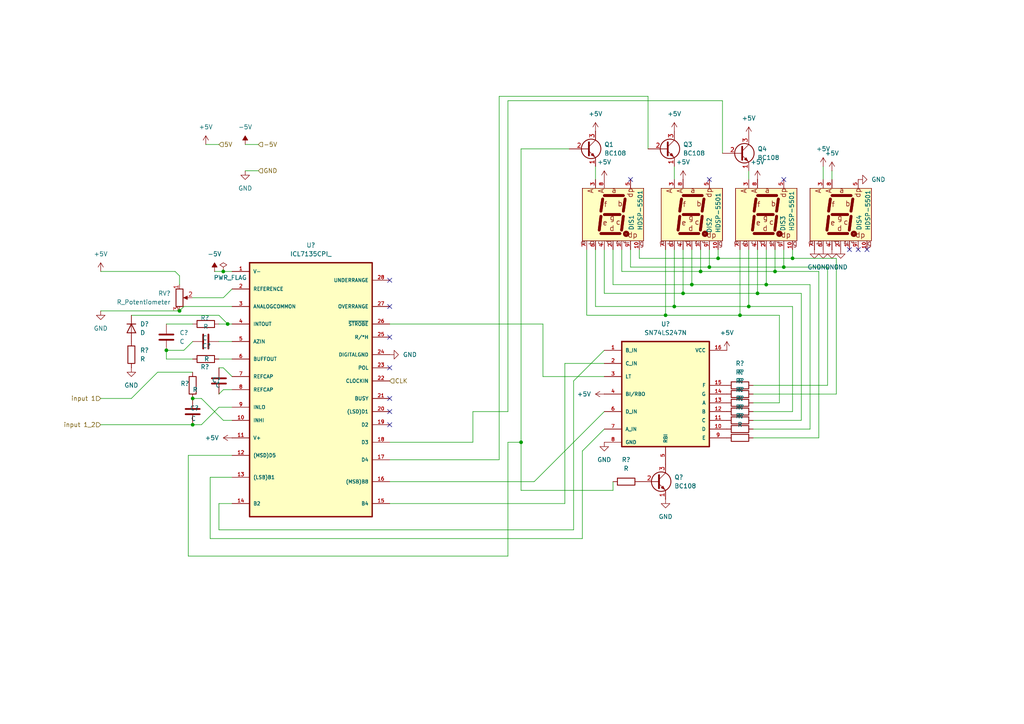
<source format=kicad_sch>
(kicad_sch (version 20231120) (generator "eeschema") (generator_version "8.0")
  (paper "A4")
  (lib_symbols
    (symbol "Device:C" (pin_numbers hide) (pin_names (offset 0.254))
      (property "Reference" "C" (at 0.635 2.54 0))
      (property "Value" "C" (at 0.635 -2.54 0))
      (symbol "C_0_1"
        (polyline (pts (xy -2.032 -0.762) (xy 2.032 -0.762)) (stroke (width 0.508)))
        (polyline (pts (xy -2.032 0.762) (xy 2.032 0.762)) (stroke (width 0.508)))
      )
      (symbol "C_1_1"
        (pin passive line (at 0 3.81 270) (length 2.794) (name "~") (number "1"))
        (pin passive line (at 0 -3.81 90) (length 2.794) (name "~") (number "2"))
      )
    )
    (symbol "Device:D" (pin_numbers hide) (pin_names (offset 1.016) hide)
      (property "Reference" "D" (at 0 2.54 0))
      (property "Value" "D" (at 0 -2.54 0))
      (symbol "D_0_1"
        (polyline (pts (xy -1.27 1.27) (xy -1.27 -1.27)) (stroke (width 0.254)))
        (polyline (pts (xy 1.27 0) (xy -1.27 0)))
        (polyline (pts (xy 1.27 1.27) (xy 1.27 -1.27) (xy -1.27 0) (xy 1.27 1.27)) (stroke (width 0.254)))
      )
      (symbol "D_1_1"
        (pin passive line (at -3.81 0 0) (length 2.54) (name "K") (number "1"))
        (pin passive line (at 3.81 0 180) (length 2.54) (name "A") (number "2"))
      )
    )
    (symbol "Device:R" (pin_numbers hide) (pin_names (offset 0))
      (property "Reference" "R" (at 2.032 0 90))
      (property "Value" "R" (at 0 0 90))
      (symbol "R_0_1"
        (rectangle (start -1.016 -2.54) (end 1.016 2.54) (stroke (width 0.254)))
      )
      (symbol "R_1_1"
        (pin passive line (at 0 3.81 270) (length 1.27) (name "~") (number "1"))
        (pin passive line (at 0 -3.81 90) (length 1.27) (name "~") (number "2"))
      )
    )
    (symbol "Device:R_Potentiometer" (pin_names (offset 1.016) hide)
      (property "Reference" "RV" (at -4.445 0 90))
      (property "Value" "R_Potentiometer" (at -2.54 0 90))
      (symbol "R_Potentiometer_0_1"
        (polyline (pts (xy 2.54 0) (xy 1.524 0)))
        (polyline (pts (xy 1.143 0) (xy 2.286 0.508) (xy 2.286 -0.508) (xy 1.143 0)) (fill (type outline)))
        (rectangle (start 1.016 2.54) (end -1.016 -2.54) (stroke (width 0.254)))
      )
      (symbol "R_Potentiometer_1_1"
        (pin passive line (at 0 3.81 270) (length 1.27) (name "1") (number "1"))
        (pin passive line (at 3.81 0 180) (length 1.27) (name "2") (number "2"))
        (pin passive line (at 0 -3.81 90) (length 1.27) (name "3") (number "3"))
      )
    )
    (symbol "HDSP-5501:HDSP-5501" (pin_names (offset 1.016))
      (property "Reference" "DIS" (at -1.524 29.718 0))
      (property "Value" "HDSP-5501" (at 11.684 -6.858 90))
      (symbol "HDSP-5501_0_0"
        (rectangle (start -8.89 -7.62) (end 8.89 7.62) (stroke (width 0.1524)) (fill (type background)))
        (polyline (pts (xy -8.89 -7.62) (xy 8.89 -7.62)) (stroke (width 0.1524)))
        (polyline (pts (xy -8.89 7.62) (xy -8.89 -7.62)) (stroke (width 0.1524)))
        (polyline (pts (xy -3.5052 -5.5118) (xy 2.0066 -5.5118)) (stroke (width 0.8128)))
        (polyline (pts (xy -3.5052 -5.5118) (xy 2.0066 -5.5118)) (stroke (width 0.8128)))
        (polyline (pts (xy -3.5052 -0.508) (xy -3.9878 -4.4958)) (stroke (width 0.8128)))
        (polyline (pts (xy -3.5052 -0.508) (xy -3.9878 -4.4958)) (stroke (width 0.8128)))
        (polyline (pts (xy -2.9972 4.4958) (xy -3.5052 0.9906)) (stroke (width 0.8128)))
        (polyline (pts (xy -2.9972 4.4958) (xy -3.5052 0.9906)) (stroke (width 0.8128)))
        (polyline (pts (xy -2.4892 0) (xy 2.0066 0)) (stroke (width 0.8128)))
        (polyline (pts (xy -2.4892 0) (xy 2.0066 0)) (stroke (width 0.8128)))
        (polyline (pts (xy -2.4892 5.5118) (xy 2.9972 5.5118)) (stroke (width 0.8128)))
        (polyline (pts (xy -2.4892 5.5118) (xy 2.9972 5.5118)) (stroke (width 0.8128)))
        (polyline (pts (xy 2.9972 -0.508) (xy 2.4892 -4.4958)) (stroke (width 0.8128)))
        (polyline (pts (xy 2.9972 -0.508) (xy 2.4892 -4.4958)) (stroke (width 0.8128)))
        (polyline (pts (xy 3.5052 4.4958) (xy 2.9972 0.9906)) (stroke (width 0.8128)))
        (polyline (pts (xy 3.5052 4.4958) (xy 2.9972 0.9906)) (stroke (width 0.8128)))
        (polyline (pts (xy 8.89 -7.62) (xy 8.89 7.62)) (stroke (width 0.1524)))
        (polyline (pts (xy 8.89 7.62) (xy -8.89 7.62)) (stroke (width 0.1524)))
        (circle (center 3.81 -5.588) (radius 0.1016) (stroke (width 0.8128)))
        (text "a" (at -7.9406 -8.9586 900) (effects (font (size 1.527 1.527)) (justify left bottom)))
        (text "A" (at -5.588 6.096 900) (effects (font (size 1.5242 1.5242)) (justify left bottom)))
        (text "A" (at -2.54 6.096 900) (effects (font (size 1.5261 1.5261)) (justify left bottom)))
        (text "a" (at -0.4886 6.1679 0) (effects (font (size 1.5253 1.5253)) (justify left bottom)))
        (text "b" (at -5.3415 -8.9533 900) (effects (font (size 1.5261 1.5261)) (justify left bottom)))
        (text "b" (at 1.27 2.286 0) (effects (font (size 1.5258 1.5258)) (justify left bottom)))
        (text "c" (at -2.9517 -8.9568 900) (effects (font (size 1.5267 1.5267)) (justify left bottom)))
        (text "c" (at 0.762 -3.048 0) (effects (font (size 1.5245 1.5245)) (justify left bottom)))
        (text "d" (at -1.0984 -4.8813 0) (effects (font (size 1.5241 1.5241)) (justify left bottom)))
        (text "d" (at -0.3303 -8.9428 900) (effects (font (size 1.5243 1.5243)) (justify left bottom)))
        (text "dp" (at 4.2181 -6.7955 0) (effects (font (size 1.5265 1.5265)) (justify left bottom)))
        (text "dp" (at 5.842 4.826 900) (effects (font (size 1.526 1.526)) (justify left bottom)))
        (text "e" (at -3.0519 -3.2349 0) (effects (font (size 1.5246 1.5246)) (justify left bottom)))
        (text "e" (at 2.2614 -8.944 900) (effects (font (size 1.5246 1.5246)) (justify left bottom)))
        (text "f" (at -2.6881 2.077 0) (effects (font (size 1.5259 1.5259)) (justify left bottom)))
        (text "f" (at 4.826 -8.636 900) (effects (font (size 1.5254 1.5254)) (justify left bottom)))
        (text "g" (at -1.016 -1.778 0) (effects (font (size 1.5246 1.5246)) (justify left bottom)))
        (pin passive line (at 2.54 -10.16 90) (length 2.54) (name "~") (number "1"))
        (pin passive line (at 7.62 -10.16 90) (length 2.54) (name "~") (number "10"))
        (pin passive line (at 0 -10.16 90) (length 2.54) (name "~") (number "2"))
        (pin passive line (at -5.08 10.16 270) (length 2.54) (name "~") (number "3"))
        (pin passive line (at -2.54 -10.16 90) (length 2.54) (name "~") (number "4"))
        (pin passive line (at 5.08 10.16 270) (length 2.54) (name "~") (number "5"))
        (pin passive line (at -5.08 -10.16 90) (length 2.54) (name "~") (number "6"))
        (pin passive line (at -7.62 -10.16 90) (length 2.54) (name "~") (number "7"))
        (pin passive line (at -2.54 10.16 270) (length 2.54) (name "~") (number "8"))
        (pin passive line (at 5.08 -10.16 90) (length 2.54) (name "~") (number "9"))
      )
      (symbol "HDSP-5501_1_0"
        (text "g" (at 9.144 -7.366 0) (effects (font (size 1.5251 1.5251)) (justify right top)))
      )
    )
    (symbol "ICL7135CPI_:ICL7135CPI_" (pin_names (offset 1.016))
      (property "Reference" "U" (at -17.78 54.34 0))
      (property "Value" "ICL7135CPI_" (at -17.78 -57.34 0))
      (symbol "ICL7135CPI__0_0"
        (pin power_in line (at -22.86 50.8 0) (length 5.08) (name "V-") (number "1"))
        (pin input line (at -22.86 7.62 0) (length 5.08) (name "INHI") (number "10"))
        (pin power_in line (at -22.86 2.54 0) (length 5.08) (name "V+") (number "11"))
        (pin bidirectional line (at -22.86 -2.54 0) (length 5.08) (name "(MSD)D5") (number "12"))
        (pin bidirectional line (at -22.86 -8.89 0) (length 5.08) (name "(LSB)B1") (number "13"))
        (pin bidirectional line (at -22.86 -16.51 0) (length 5.08) (name "B2") (number "14"))
        (pin bidirectional line (at 22.86 -16.51 180) (length 5.08) (name "B4") (number "15"))
        (pin bidirectional line (at 22.86 -10.16 180) (length 5.08) (name "(MSB)B8") (number "16"))
        (pin bidirectional line (at 22.86 -3.81 180) (length 5.08) (name "D4") (number "17"))
        (pin bidirectional line (at 22.86 1.27 180) (length 5.08) (name "D3") (number "18"))
        (pin bidirectional line (at 22.86 6.35 180) (length 5.08) (name "D2") (number "19"))
        (pin input line (at -22.86 45.72 0) (length 5.08) (name "REFERENCE") (number "2"))
        (pin bidirectional line (at 22.86 10.16 180) (length 5.08) (name "(LSD)D1") (number "20"))
        (pin bidirectional line (at 22.86 13.97 180) (length 5.08) (name "BUSY") (number "21"))
        (pin input line (at 22.86 19.05 180) (length 5.08) (name "CLOCKIN") (number "22"))
        (pin bidirectional line (at 22.86 22.86 180) (length 5.08) (name "POL") (number "23"))
        (pin power_in line (at 22.86 26.67 180) (length 5.08) (name "DIGITALGND") (number "24"))
        (pin bidirectional line (at 22.86 31.75 180) (length 5.08) (name "R/*H") (number "25"))
        (pin bidirectional line (at 22.86 35.56 180) (length 5.08) (name "~{STROBE}") (number "26"))
        (pin bidirectional line (at 22.86 40.64 180) (length 5.08) (name "OVERRANGE") (number "27"))
        (pin bidirectional line (at 22.86 48.26 180) (length 5.08) (name "UNDERRANGE") (number "28"))
        (pin bidirectional line (at -22.86 40.64 0) (length 5.08) (name "ANALOGCOMMON") (number "3"))
        (pin input line (at -22.86 35.56 0) (length 5.08) (name "INTOUT") (number "4"))
        (pin input line (at -22.86 30.48 0) (length 5.08) (name "AZIN") (number "5"))
        (pin output line (at -22.86 25.4 0) (length 5.08) (name "BUFFOUT") (number "6"))
        (pin input line (at -22.86 20.32 0) (length 5.08) (name "REFCAP") (number "7"))
        (pin input line (at -22.86 16.51 0) (length 5.08) (name "REFCAP") (number "8"))
        (pin input line (at -22.86 11.43 0) (length 5.08) (name "INLO") (number "9"))
      )
      (symbol "ICL7135CPI__1_0"
        (rectangle (start -17.78 53.34) (end 17.78 -20.32) (stroke (width 0.41)) (fill (type background)))
      )
    )
    (symbol "SN74LS247N:SN74LS247N" (pin_names (offset 1.016))
      (property "Reference" "U" (at 48.26 9.89 0))
      (property "Value" "SN74LS247N" (at -12.7 -19.24 0))
      (symbol "SN74LS247N_0_0"
        (rectangle (start -12.7 -15.24) (end 12.7 15.24) (stroke (width 0.41)) (fill (type background)))
        (pin input line (at -17.78 12.7 0) (length 5.08) (name "B_IN") (number "1"))
        (pin output line (at 17.78 -10.16 180) (length 5.08) (name "D") (number "10"))
        (pin output line (at 17.78 -7.62 180) (length 5.08) (name "C") (number "11"))
        (pin output line (at 17.78 -5.08 180) (length 5.08) (name "B") (number "12"))
        (pin output line (at 17.78 -2.54 180) (length 5.08) (name "A") (number "13"))
        (pin output line (at 17.78 0 180) (length 5.08) (name "G") (number "14"))
        (pin output line (at 17.78 2.54 180) (length 5.08) (name "F") (number "15"))
        (pin input line (at 17.78 12.7 180) (length 5.08) (name "VCC") (number "16"))
        (pin input line (at -17.78 8.89 0) (length 5.08) (name "C_IN") (number "2"))
        (pin input line (at -17.78 5.08 0) (length 5.08) (name "LT") (number "3"))
        (pin bidirectional line (at -17.78 0 0) (length 5.08) (name "BI/RBO") (number "4"))
        (pin input line (at 0 -20.32 90) (length 5.08) (name "RBI") (number "5"))
        (pin input line (at -17.78 -5.08 0) (length 5.08) (name "D_IN") (number "6"))
        (pin input line (at -17.78 -10.16 0) (length 5.08) (name "A_IN") (number "7"))
        (pin input line (at -17.78 -13.97 0) (length 5.08) (name "GND") (number "8"))
        (pin output line (at 17.78 -12.7 180) (length 5.08) (name "E") (number "9"))
      )
    )
    (symbol "Transistor_BJT:BC108" (pin_names (offset 0) hide)
      (property "Reference" "Q" (at 5.08 1.905 0))
      (property "Value" "BC108" (at 5.08 0 0))
      (symbol "BC108_0_1"
        (polyline (pts (xy 0.635 0.635) (xy 2.54 2.54)))
        (polyline (pts (xy 0.635 -0.635) (xy 2.54 -2.54) (xy 2.54 -2.54)))
        (polyline (pts (xy 0.635 1.905) (xy 0.635 -1.905) (xy 0.635 -1.905)) (stroke (width 0.508)))
        (polyline (pts (xy 1.27 -1.778) (xy 1.778 -1.27) (xy 2.286 -2.286) (xy 1.27 -1.778) (xy 1.27 -1.778)) (fill (type outline)))
        (circle (center 1.27 0) (radius 2.8194) (stroke (width 0.254)))
      )
      (symbol "BC108_1_1"
        (pin passive line (at 2.54 -5.08 90) (length 2.54) (name "E") (number "1"))
        (pin input line (at -5.08 0 0) (length 5.715) (name "B") (number "2"))
        (pin passive line (at 2.54 5.08 270) (length 2.54) (name "C") (number "3"))
      )
    )
    (symbol "power:+5V" (power) (pin_numbers hide) (pin_names (offset 0) hide)
      (property "Value" "+5V" (at 0 3.556 0))
      (symbol "+5V_0_1"
        (polyline (pts (xy -0.762 1.27) (xy 0 2.54)))
        (polyline (pts (xy 0 0) (xy 0 2.54)))
        (polyline (pts (xy 0 2.54) (xy 0.762 1.27)))
      )
      (symbol "+5V_1_1"
        (pin power_in line (at 0 0 90) (length 0) (name "~") (number "1"))
      )
    )
    (symbol "power:-5V" (power) (pin_numbers hide) (pin_names (offset 0) hide)
      (property "Value" "-5V" (at 0 3.556 0))
      (symbol "-5V_0_0"
        (pin power_in line (at 0 0 90) (length 0) (name "~") (number "1"))
      )
      (symbol "-5V_0_1"
        (polyline (pts (xy 0 0) (xy 0 1.27) (xy 0.762 1.27) (xy 0 2.54) (xy -0.762 1.27) (xy 0 1.27)) (fill (type outline)))
      )
    )
    (symbol "power:GND" (power) (pin_numbers hide) (pin_names (offset 0) hide)
      (property "Value" "GND" (at 0 -3.81 0))
      (symbol "GND_0_1"
        (polyline (pts (xy 0 0) (xy 0 -1.27) (xy 1.27 -1.27) (xy 0 -2.54) (xy -1.27 -1.27) (xy 0 -1.27)))
      )
      (symbol "GND_1_1"
        (pin power_in line (at 0 0 270) (length 0) (name "~") (number "1"))
      )
    )
    (symbol "power:PWR_FLAG" (power) (pin_numbers hide) (pin_names (offset 0) hide)
      (property "Value" "PWR_FLAG" (at 0 3.81 0))
      (symbol "PWR_FLAG_0_0"
        (pin power_out line (at 0 0 90) (length 0) (name "~") (number "1"))
      )
      (symbol "PWR_FLAG_0_1"
        (polyline (pts (xy 0 0) (xy 0 1.27) (xy -1.016 1.905) (xy 0 2.54) (xy 1.016 1.905) (xy 0 1.27)))
      )
    )
  )
  (junction (at 151.13 128.27))
  (junction (at 52.07 90.17))
  (junction (at 208.28 74.93))
  (junction (at 205.74 77.47))
  (junction (at 227.33 77.47))
  (junction (at 200.66 82.55))
  (junction (at 55.88 115.57))
  (junction (at 48.26 101.6))
  (junction (at 193.04 91.44))
  (junction (at 198.12 85.09))
  (junction (at 195.58 88.9))
  (junction (at 219.71 85.09))
  (junction (at 214.63 91.44))
  (junction (at 217.17 88.9))
  (junction (at 64.77 78.74))
  (junction (at 229.87 74.93))
  (junction (at 222.25 82.55))
  (junction (at 66.04 93.98))
  (junction (at 224.79 78.74))
  (junction (at 55.88 123.19))
  (junction (at 203.2 78.74))
  (no_connect (at 113.03 106.68))
  (no_connect (at 113.03 81.28))
  (no_connect (at 182.88 52.07))
  (no_connect (at 113.03 123.19))
  (no_connect (at 248.92 72.39))
  (no_connect (at 113.03 97.79))
  (no_connect (at 205.74 52.07))
  (no_connect (at 113.03 88.9))
  (no_connect (at 227.33 52.07))
  (no_connect (at 246.38 72.39))
  (no_connect (at 113.03 115.57))
  (no_connect (at 113.03 119.38))
  (no_connect (at 251.46 72.39))
  (wire (pts (xy 54.61 132.08) (xy 54.61 161.29)))
  (wire (pts (xy 48.26 104.14) (xy 55.88 104.14)))
  (wire (pts (xy 63.5 93.98) (xy 66.04 93.98)))
  (wire (pts (xy 218.44 121.92) (xy 232.41 121.92)))
  (wire (pts (xy 170.18 72.39) (xy 170.18 91.44)))
  (wire (pts (xy 219.71 85.09) (xy 198.12 85.09)))
  (wire (pts (xy 175.26 72.39) (xy 175.26 85.09)))
  (wire (pts (xy 67.31 132.08) (xy 54.61 132.08)))
  (wire (pts (xy 63.5 118.11) (xy 67.31 118.11)))
  (wire (pts (xy 113.03 146.05) (xy 163.83 146.05)))
  (wire (pts (xy 218.44 111.76) (xy 240.03 111.76)))
  (wire (pts (xy 151.13 43.18) (xy 151.13 128.27)))
  (wire (pts (xy 208.28 74.93) (xy 185.42 74.93)))
  (wire (pts (xy 229.87 119.38) (xy 229.87 88.9)))
  (wire (pts (xy 224.79 72.39) (xy 224.79 78.74)))
  (wire (pts (xy 229.87 88.9) (xy 217.17 88.9)))
  (wire (pts (xy 29.21 90.17) (xy 52.07 90.17)))
  (wire (pts (xy 222.25 72.39) (xy 222.25 82.55)))
  (wire (pts (xy 147.32 119.38) (xy 147.32 29.21)))
  (wire (pts (xy 64.77 106.68) (xy 67.31 109.22)))
  (wire (pts (xy 64.77 86.36) (xy 67.31 83.82)))
  (wire (pts (xy 147.32 119.38) (xy 137.16 119.38)))
  (wire (pts (xy 229.87 72.39) (xy 229.87 74.93)))
  (wire (pts (xy 218.44 114.3) (xy 242.57 114.3)))
  (wire (pts (xy 227.33 77.47) (xy 205.74 77.47)))
  (wire (pts (xy 185.42 74.93) (xy 185.42 72.39)))
  (wire (pts (xy 222.25 82.55) (xy 200.66 82.55)))
  (wire (pts (xy 63.5 91.44) (xy 66.04 93.98)))
  (wire (pts (xy 170.18 91.44) (xy 193.04 91.44)))
  (wire (pts (xy 48.26 101.6) (xy 48.26 104.14)))
  (wire (pts (xy 45.72 107.95) (xy 38.1 115.57)))
  (wire (pts (xy 187.96 27.94) (xy 144.78 27.94)))
  (wire (pts (xy 55.88 107.95) (xy 45.72 107.95)))
  (wire (pts (xy 214.63 72.39) (xy 214.63 91.44)))
  (wire (pts (xy 200.66 72.39) (xy 200.66 82.55)))
  (wire (pts (xy 151.13 128.27) (xy 151.13 142.24)))
  (wire (pts (xy 203.2 72.39) (xy 203.2 78.74)))
  (wire (pts (xy 48.26 93.98) (xy 55.88 93.98)))
  (wire (pts (xy 166.37 110.49) (xy 166.37 153.67)))
  (wire (pts (xy 55.88 86.36) (xy 64.77 86.36)))
  (wire (pts (xy 209.55 29.21) (xy 209.55 44.45)))
  (wire (pts (xy 137.16 119.38) (xy 137.16 128.27)))
  (wire (pts (xy 157.48 93.98) (xy 157.48 109.22)))
  (wire (pts (xy 195.58 88.9) (xy 172.72 88.9)))
  (wire (pts (xy 242.57 74.93) (xy 229.87 74.93)))
  (wire (pts (xy 53.34 88.9) (xy 52.07 90.17)))
  (wire (pts (xy 60.96 138.43) (xy 67.31 138.43)))
  (wire (pts (xy 67.31 113.03) (xy 64.77 113.03)))
  (wire (pts (xy 53.34 101.6) (xy 55.88 99.06)))
  (wire (pts (xy 154.94 139.7) (xy 175.26 119.38)))
  (wire (pts (xy 193.04 91.44) (xy 214.63 91.44)))
  (wire (pts (xy 200.66 82.55) (xy 177.8 82.55)))
  (wire (pts (xy 144.78 133.35) (xy 113.03 133.35)))
  (wire (pts (xy 59.69 41.91) (xy 63.5 41.91)))
  (wire (pts (xy 66.04 93.98) (xy 67.31 93.98)))
  (wire (pts (xy 71.12 49.53) (xy 74.93 49.53)))
  (wire (pts (xy 62.23 78.74) (xy 64.77 78.74)))
  (wire (pts (xy 163.83 105.41) (xy 175.26 105.41)))
  (wire (pts (xy 214.63 91.44) (xy 226.06 91.44)))
  (wire (pts (xy 63.5 153.67) (xy 166.37 153.67)))
  (wire (pts (xy 177.8 142.24) (xy 177.8 139.7)))
  (wire (pts (xy 182.88 77.47) (xy 182.88 72.39)))
  (wire (pts (xy 113.03 93.98) (xy 157.48 93.98)))
  (wire (pts (xy 195.58 72.39) (xy 195.58 88.9)))
  (wire (pts (xy 29.21 115.57) (xy 38.1 115.57)))
  (wire (pts (xy 48.26 101.6) (xy 53.34 101.6)))
  (wire (pts (xy 55.88 123.19) (xy 58.42 123.19)))
  (wire (pts (xy 229.87 74.93) (xy 208.28 74.93)))
  (wire (pts (xy 240.03 111.76) (xy 240.03 77.47)))
  (wire (pts (xy 147.32 29.21) (xy 209.55 29.21)))
  (wire (pts (xy 232.41 121.92) (xy 232.41 85.09)))
  (wire (pts (xy 147.32 161.29) (xy 147.32 128.27)))
  (wire (pts (xy 168.91 156.21) (xy 168.91 130.81)))
  (wire (pts (xy 60.96 156.21) (xy 168.91 156.21)))
  (wire (pts (xy 63.5 146.05) (xy 67.31 146.05)))
  (wire (pts (xy 63.5 146.05) (xy 63.5 153.67)))
  (wire (pts (xy 144.78 27.94) (xy 144.78 133.35)))
  (wire (pts (xy 234.95 82.55) (xy 222.25 82.55)))
  (wire (pts (xy 241.3 49.53) (xy 241.3 52.07)))
  (wire (pts (xy 52.07 80.01) (xy 50.8 78.74)))
  (wire (pts (xy 226.06 116.84) (xy 218.44 116.84)))
  (wire (pts (xy 163.83 105.41) (xy 163.83 146.05)))
  (wire (pts (xy 218.44 127) (xy 237.49 127)))
  (wire (pts (xy 195.58 48.26) (xy 195.58 52.07)))
  (wire (pts (xy 63.5 106.68) (xy 64.77 106.68)))
  (wire (pts (xy 52.07 82.55) (xy 52.07 80.01)))
  (wire (pts (xy 240.03 77.47) (xy 227.33 77.47)))
  (wire (pts (xy 157.48 109.22) (xy 175.26 109.22)))
  (wire (pts (xy 64.77 121.92) (xy 67.31 121.92)))
  (wire (pts (xy 60.96 138.43) (xy 60.96 156.21)))
  (wire (pts (xy 234.95 124.46) (xy 234.95 82.55)))
  (wire (pts (xy 168.91 130.81) (xy 175.26 124.46)))
  (wire (pts (xy 58.42 115.57) (xy 64.77 121.92)))
  (wire (pts (xy 217.17 49.53) (xy 217.17 52.07)))
  (wire (pts (xy 113.03 139.7) (xy 154.94 139.7)))
  (wire (pts (xy 29.21 78.74) (xy 50.8 78.74)))
  (wire (pts (xy 217.17 88.9) (xy 195.58 88.9)))
  (wire (pts (xy 198.12 72.39) (xy 198.12 85.09)))
  (wire (pts (xy 205.74 77.47) (xy 182.88 77.47)))
  (wire (pts (xy 198.12 85.09) (xy 175.26 85.09)))
  (wire (pts (xy 227.33 72.39) (xy 227.33 77.47)))
  (wire (pts (xy 67.31 88.9) (xy 53.34 88.9)))
  (wire (pts (xy 205.74 72.39) (xy 205.74 77.47)))
  (wire (pts (xy 208.28 72.39) (xy 208.28 74.93)))
  (wire (pts (xy 193.04 72.39) (xy 193.04 91.44)))
  (wire (pts (xy 55.88 115.57) (xy 58.42 115.57)))
  (wire (pts (xy 237.49 78.74) (xy 224.79 78.74)))
  (wire (pts (xy 172.72 88.9) (xy 172.72 72.39)))
  (wire (pts (xy 180.34 78.74) (xy 180.34 72.39)))
  (wire (pts (xy 137.16 128.27) (xy 113.03 128.27)))
  (wire (pts (xy 147.32 128.27) (xy 151.13 128.27)))
  (wire (pts (xy 71.12 41.91) (xy 74.93 41.91)))
  (wire (pts (xy 54.61 161.29) (xy 147.32 161.29)))
  (wire (pts (xy 151.13 142.24) (xy 177.8 142.24)))
  (wire (pts (xy 64.77 78.74) (xy 67.31 78.74)))
  (wire (pts (xy 219.71 72.39) (xy 219.71 85.09)))
  (wire (pts (xy 232.41 85.09) (xy 219.71 85.09)))
  (wire (pts (xy 224.79 78.74) (xy 203.2 78.74)))
  (wire (pts (xy 226.06 91.44) (xy 226.06 116.84)))
  (wire (pts (xy 64.77 113.03) (xy 63.5 114.3)))
  (wire (pts (xy 63.5 104.14) (xy 67.31 104.14)))
  (wire (pts (xy 63.5 118.11) (xy 58.42 123.19)))
  (wire (pts (xy 177.8 82.55) (xy 177.8 72.39)))
  (wire (pts (xy 38.1 91.44) (xy 63.5 91.44)))
  (wire (pts (xy 187.96 43.18) (xy 187.96 27.94)))
  (wire (pts (xy 237.49 127) (xy 237.49 78.74)))
  (wire (pts (xy 218.44 119.38) (xy 229.87 119.38)))
  (wire (pts (xy 217.17 72.39) (xy 217.17 88.9)))
  (wire (pts (xy 238.76 48.26) (xy 238.76 52.07)))
  (wire (pts (xy 29.21 123.19) (xy 55.88 123.19)))
  (wire (pts (xy 203.2 78.74) (xy 180.34 78.74)))
  (wire (pts (xy 172.72 48.26) (xy 172.72 52.07)))
  (wire (pts (xy 63.5 99.06) (xy 67.31 99.06)))
  (wire (pts (xy 165.1 43.18) (xy 151.13 43.18)))
  (wire (pts (xy 218.44 124.46) (xy 234.95 124.46)))
  (wire (pts (xy 242.57 114.3) (xy 242.57 74.93)))
  (wire (pts (xy 166.37 110.49) (xy 175.26 101.6)))
  (hierarchical_label "input 1_2" (shape input) (at 29.21 123.19 180))
  (hierarchical_label "5V" (shape input) (at 63.5 41.91 0))
  (hierarchical_label "GND" (shape input) (at 74.93 49.53 0))
  (hierarchical_label "-5V" (shape input) (at 74.93 41.91 0))
  (hierarchical_label "input 1" (shape input) (at 29.21 115.57 180))
  (hierarchical_label "CLK" (shape input) (at 113.03 110.49 0))
  (symbol (lib_id "Device:D") (at 38.1 95.25 270) (unit 1)
    (property "Reference" "D?" (at 40.64 93.9799 90) (effects (justify left)))
    (property "Value" "D" (at 40.64 96.5199 90) (effects (justify left)))
    (property "Description" "Diode" (effects (hide yes)))
    (property "Sim.Device" "D" (effects (hide yes)))
    (property "Sim.Pins" "1=K 2=A" (effects (hide yes)))
  )
  (symbol (lib_id "power:+5V") (at 175.26 52.07 0) (unit 1)
    (property "Reference" "#PWR?" (effects (hide yes)))
    (property "Value" "+5V" (at 175.26 46.99 0))
    (property "Description" "Power symbol creates a global label with name \"+5V\"" (effects (hide yes)))
  )
  (symbol (lib_id "power:GND") (at 238.76 72.39 0) (unit 1)
    (property "Reference" "#PWR0145" (effects (hide yes)))
    (property "Value" "GND" (at 238.76 77.47 0))
    (property "Description" "Power symbol creates a global label with name \"GND\" , ground" (effects (hide yes)))
  )
  (symbol (lib_id "power:+5V") (at 67.31 127 90) (unit 1)
    (property "Reference" "#PWR?" (effects (hide yes)))
    (property "Value" "+5V" (at 63.5 126.9999 90) (effects (justify left)))
    (property "Description" "Power symbol creates a global label with name \"+5V\"" (effects (hide yes)))
  )
  (symbol (lib_id "Device:R") (at 59.69 104.14 90) (unit 1)
    (property "Reference" "R?" (at 59.436 106.426 90))
    (property "Value" "R" (at 59.944 104.14 90))
    (property "Description" "Resistor" (effects (hide yes)))
  )
  (symbol (lib_id "Device:R") (at 214.63 111.76 90) (unit 1)
    (property "Reference" "R?" (at 214.63 105.41 90))
    (property "Value" "R" (at 214.63 107.95 90))
    (property "Description" "Resistor" (effects (hide yes)))
  )
  (symbol (lib_id "Device:R") (at 55.88 111.76 0) (unit 1)
    (property "Reference" "R?" (at 52.324 111.252 0) (effects (justify left)))
    (property "Value" "R" (at 55.88 113.03 0) (effects (justify left)))
    (property "Description" "Resistor" (effects (hide yes)))
  )
  (symbol (lib_id "power:+5V") (at 198.12 52.07 0) (unit 1)
    (property "Reference" "#PWR?" (effects (hide yes)))
    (property "Value" "+5V" (at 198.12 46.99 0))
    (property "Description" "Power symbol creates a global label with name \"+5V\"" (effects (hide yes)))
  )
  (symbol (lib_id "power:GND") (at 38.1 106.68 0) (unit 1)
    (property "Reference" "#PWR?" (effects (hide yes)))
    (property "Value" "GND" (at 38.1 111.76 0))
    (property "Description" "Power symbol creates a global label with name \"GND\" , ground" (effects (hide yes)))
  )
  (symbol (lib_id "Device:C") (at 55.88 119.38 0) (unit 1)
    (property "Reference" "C?" (at 55.118 118.364 0) (effects (justify left)))
    (property "Value" "C" (at 55.372 121.412 0) (effects (justify left)))
    (property "Description" "Unpolarized capacitor" (effects (hide yes)))
  )
  (symbol (lib_id "power:GND") (at 113.03 102.87 90) (unit 1)
    (property "Reference" "#PWR?" (effects (hide yes)))
    (property "Value" "GND" (at 116.84 102.8699 90) (effects (justify right)))
    (property "Description" "Power symbol creates a global label with name \"GND\" , ground" (effects (hide yes)))
  )
  (symbol (lib_id "power:GND") (at 243.84 72.39 0) (unit 1)
    (property "Reference" "#PWR0147" (effects (hide yes)))
    (property "Value" "GND" (at 243.84 77.47 0))
    (property "Description" "Power symbol creates a global label with name \"GND\" , ground" (effects (hide yes)))
  )
  (symbol (lib_id "Device:R") (at 38.1 102.87 0) (unit 1)
    (property "Reference" "R?" (at 40.64 101.5999 0) (effects (justify left)))
    (property "Value" "R" (at 40.64 104.1399 0) (effects (justify left)))
    (property "Description" "Resistor" (effects (hide yes)))
  )
  (symbol (lib_id "ICL7135CPI_:ICL7135CPI_") (at 90.17 129.54 0) (unit 1)
    (property "Reference" "U?" (at 90.17 71.12 0))
    (property "Value" "ICL7135CPI_" (at 90.17 73.66 0))
    (property "Footprint" "ICL7135CPI_:DIP1555W46P254L3734H508Q28" (effects (hide yes)))
    (property "MF" "Analog Devices" (effects (hide yes)))
    (property "Description_1" "\n                        \n                            4 1/2 Digit ADC with Multiplexed BCD Outputs\n                        \n" (effects (hide yes)))
    (property "Package" "PDIP-28 Maxim" (effects (hide yes)))
    (property "Price" "None" (effects (hide yes)))
    (property "SnapEDA_Link" "https://www.snapeda.com/parts/ICL7135CPI+/Analog+Devices/view-part/?ref=snap" (effects (hide yes)))
    (property "MP" "ICL7135CPI+" (effects (hide yes)))
    (property "Availability" "In Stock" (effects (hide yes)))
    (property "Check_prices" "https://www.snapeda.com/parts/ICL7135CPI+/Analog+Devices/view-part/?ref=eda" (effects (hide yes)))
  )
  (symbol (lib_id "Device:R") (at 214.63 121.92 90) (unit 1)
    (property "Reference" "R?" (at 214.63 115.57 90))
    (property "Value" "R" (at 214.63 118.11 90))
    (property "Description" "Resistor" (effects (hide yes)))
  )
  (symbol (lib_id "Transistor_BJT:BC108") (at 170.18 43.18 0) (unit 1)
    (property "Reference" "Q1" (at 175.26 41.9099 0) (effects (justify left)))
    (property "Value" "BC108" (at 175.26 44.4499 0) (effects (justify left)))
    (property "Footprint" "Package_TO_SOT_THT:TO-18-3" (effects (hide yes)))
    (property "Datasheet" "http://www.b-kainka.de/Daten/Transistor/BC108.pdf" (effects (hide yes)))
    (property "Description" "0.1A Ic, 30V Vce, Low Noise General Purpose NPN Transistor, TO-18" (effects (hide yes)))
  )
  (symbol (lib_id "power:+5V") (at 172.72 38.1 0) (unit 1)
    (property "Reference" "#PWR0133" (effects (hide yes)))
    (property "Value" "+5V" (at 172.72 33.02 0))
    (property "Description" "Power symbol creates a global label with name \"+5V\"" (effects (hide yes)))
  )
  (symbol (lib_id "power:+5V") (at 238.76 48.26 0) (unit 1)
    (property "Reference" "#PWR0144" (effects (hide yes)))
    (property "Value" "+5V" (at 238.76 43.18 0))
    (property "Description" "Power symbol creates a global label with name \"+5V\"" (effects (hide yes)))
  )
  (symbol (lib_id "power:+5V") (at 217.17 39.37 0) (unit 1)
    (property "Reference" "#PWR0141" (effects (hide yes)))
    (property "Value" "+5V" (at 217.17 34.29 0))
    (property "Description" "Power symbol creates a global label with name \"+5V\"" (effects (hide yes)))
  )
  (symbol (lib_id "power:+5V") (at 59.69 41.91 0) (unit 1)
    (property "Reference" "#PWR0127" (effects (hide yes)))
    (property "Value" "+5V" (at 59.69 36.83 0))
    (property "Description" "Power symbol creates a global label with name \"+5V\"" (effects (hide yes)))
  )
  (symbol (lib_id "power:+5V") (at 219.71 52.07 0) (unit 1)
    (property "Reference" "#PWR?" (effects (hide yes)))
    (property "Value" "+5V" (at 219.71 46.99 0))
    (property "Description" "Power symbol creates a global label with name \"+5V\"" (effects (hide yes)))
  )
  (symbol (lib_id "Device:C") (at 63.5 110.49 0) (unit 1)
    (property "Reference" "C?" (at 61.468 110.236 0) (effects (justify left)))
    (property "Value" "C" (at 62.484 111.76 0) (effects (justify left)))
    (property "Description" "Unpolarized capacitor" (effects (hide yes)))
  )
  (symbol (lib_id "Device:R") (at 59.69 93.98 90) (unit 1)
    (property "Reference" "R?" (at 59.436 92.202 90))
    (property "Value" "R" (at 59.69 94.742 90))
    (property "Description" "Resistor" (effects (hide yes)))
  )
  (symbol (lib_id "HDSP-5501:HDSP-5501") (at 200.66 62.23 0) (unit 1)
    (property "Reference" "DIS2" (at 205.74 67.564 90) (effects (justify left)))
    (property "Value" "HDSP-5501" (at 208.28 67.564 90) (effects (justify left)))
    (property "Footprint" "HDSP-5501:HDSP-M" (effects (hide yes)))
    (property "MF" "Broadcom / Avago" (effects (hide yes)))
    (property "Description_1" "\n                        \n                            Display Modules - LED Character and Numeric Red 7-Segment 1 Character Common Anode 2.1V 20mA 0.670 H x 0.495 W x 0.315 D (17.02mm x 12.57mm x 8.00mm) 10-DIP (0.600, 15.24mm)\n                        \n" (effects (hide yes)))
    (property "Package" "None" (effects (hide yes)))
    (property "Price" "None" (effects (hide yes)))
    (property "SnapEDA_Link" "https://www.snapeda.com/parts/HDSP-5501/Avago/view-part/?ref=snap" (effects (hide yes)))
    (property "MP" "HDSP-5501" (effects (hide yes)))
    (property "Availability" "In Stock" (effects (hide yes)))
    (property "Check_prices" "https://www.snapeda.com/parts/HDSP-5501/Avago/view-part/?ref=eda" (effects (hide yes)))
  )
  (symbol (lib_id "Transistor_BJT:BC108") (at 190.5 139.7 0) (unit 1)
    (property "Reference" "Q?" (at 195.58 138.4299 0) (effects (justify left)))
    (property "Value" "BC108" (at 195.58 140.9699 0) (effects (justify left)))
    (property "Footprint" "Package_TO_SOT_THT:TO-18-3" (effects (hide yes)))
    (property "Datasheet" "http://www.b-kainka.de/Daten/Transistor/BC108.pdf" (effects (hide yes)))
    (property "Description" "0.1A Ic, 30V Vce, Low Noise General Purpose NPN Transistor, TO-18" (effects (hide yes)))
  )
  (symbol (lib_id "Device:R") (at 214.63 119.38 90) (unit 1)
    (property "Reference" "R?" (at 214.63 113.03 90))
    (property "Value" "R" (at 214.63 115.57 90))
    (property "Description" "Resistor" (effects (hide yes)))
  )
  (symbol (lib_id "Transistor_BJT:BC108") (at 193.04 43.18 0) (unit 1)
    (property "Reference" "Q3" (at 198.12 41.9099 0) (effects (justify left)))
    (property "Value" "BC108" (at 198.12 44.4499 0) (effects (justify left)))
    (property "Footprint" "Package_TO_SOT_THT:TO-18-3" (effects (hide yes)))
    (property "Datasheet" "http://www.b-kainka.de/Daten/Transistor/BC108.pdf" (effects (hide yes)))
    (property "Description" "0.1A Ic, 30V Vce, Low Noise General Purpose NPN Transistor, TO-18" (effects (hide yes)))
  )
  (symbol (lib_id "power:+5V") (at 241.3 49.53 0) (unit 1)
    (property "Reference" "#PWR0149" (effects (hide yes)))
    (property "Value" "+5V" (at 241.3 44.45 0))
    (property "Description" "Power symbol creates a global label with name \"+5V\"" (effects (hide yes)))
  )
  (symbol (lib_id "Device:C") (at 59.69 99.06 90) (unit 1)
    (property "Reference" "C?" (at 59.944 100.33 90))
    (property "Value" "C" (at 59.436 98.044 90))
    (property "Description" "Unpolarized capacitor" (effects (hide yes)))
  )
  (symbol (lib_id "HDSP-5501:HDSP-5501") (at 177.8 62.23 0) (unit 1)
    (property "Reference" "DIS1" (at 183.134 66.802 90) (effects (justify left)))
    (property "Value" "HDSP-5501" (at 185.674 66.802 90) (effects (justify left)))
    (property "Footprint" "HDSP-5501:HDSP-M" (effects (hide yes)))
    (property "MF" "Broadcom / Avago" (effects (hide yes)))
    (property "Description_1" "\n                        \n                            Display Modules - LED Character and Numeric Red 7-Segment 1 Character Common Anode 2.1V 20mA 0.670 H x 0.495 W x 0.315 D (17.02mm x 12.57mm x 8.00mm) 10-DIP (0.600, 15.24mm)\n                        \n" (effects (hide yes)))
    (property "Package" "None" (effects (hide yes)))
    (property "Price" "None" (effects (hide yes)))
    (property "SnapEDA_Link" "https://www.snapeda.com/parts/HDSP-5501/Avago/view-part/?ref=snap" (effects (hide yes)))
    (property "MP" "HDSP-5501" (effects (hide yes)))
    (property "Availability" "In Stock" (effects (hide yes)))
    (property "Check_prices" "https://www.snapeda.com/parts/HDSP-5501/Avago/view-part/?ref=eda" (effects (hide yes)))
  )
  (symbol (lib_id "Device:R") (at 181.61 139.7 90) (unit 1)
    (property "Reference" "R?" (at 181.61 133.35 90))
    (property "Value" "R" (at 181.61 135.89 90))
    (property "Description" "Resistor" (effects (hide yes)))
  )
  (symbol (lib_id "Transistor_BJT:BC108") (at 214.63 44.45 0) (unit 1)
    (property "Reference" "Q4" (at 219.71 43.1799 0) (effects (justify left)))
    (property "Value" "BC108" (at 219.71 45.7199 0) (effects (justify left)))
    (property "Footprint" "Package_TO_SOT_THT:TO-18-3" (effects (hide yes)))
    (property "Datasheet" "http://www.b-kainka.de/Daten/Transistor/BC108.pdf" (effects (hide yes)))
    (property "Description" "0.1A Ic, 30V Vce, Low Noise General Purpose NPN Transistor, TO-18" (effects (hide yes)))
  )
  (symbol (lib_id "Device:R") (at 214.63 116.84 90) (unit 1)
    (property "Reference" "R?" (at 214.63 110.49 90))
    (property "Value" "R" (at 214.63 113.03 90))
    (property "Description" "Resistor" (effects (hide yes)))
  )
  (symbol (lib_id "Device:R") (at 214.63 124.46 90) (unit 1)
    (property "Reference" "R?" (at 214.63 118.11 90))
    (property "Value" "R" (at 214.63 120.65 90))
    (property "Description" "Resistor" (effects (hide yes)))
  )
  (symbol (lib_id "HDSP-5501:HDSP-5501") (at 243.84 62.23 0) (unit 1)
    (property "Reference" "DIS4" (at 249.174 66.802 90) (effects (justify left)))
    (property "Value" "HDSP-5501" (at 251.714 66.802 90) (effects (justify left)))
    (property "Footprint" "HDSP-5501:HDSP-M" (effects (hide yes)))
    (property "MF" "Broadcom / Avago" (effects (hide yes)))
    (property "Description_1" "\n                        \n                            Display Modules - LED Character and Numeric Red 7-Segment 1 Character Common Anode 2.1V 20mA 0.670 H x 0.495 W x 0.315 D (17.02mm x 12.57mm x 8.00mm) 10-DIP (0.600, 15.24mm)\n                        \n" (effects (hide yes)))
    (property "Package" "None" (effects (hide yes)))
    (property "Price" "None" (effects (hide yes)))
    (property "SnapEDA_Link" "https://www.snapeda.com/parts/HDSP-5501/Avago/view-part/?ref=snap" (effects (hide yes)))
    (property "MP" "HDSP-5501" (effects (hide yes)))
    (property "Availability" "In Stock" (effects (hide yes)))
    (property "Check_prices" "https://www.snapeda.com/parts/HDSP-5501/Avago/view-part/?ref=eda" (effects (hide yes)))
  )
  (symbol (lib_id "power:+5V") (at 29.21 78.74 0) (unit 1)
    (property "Reference" "#PWR0124" (effects (hide yes)))
    (property "Value" "+5V" (at 29.21 73.66 0))
    (property "Description" "Power symbol creates a global label with name \"+5V\"" (effects (hide yes)))
  )
  (symbol (lib_id "power:GND") (at 175.26 128.27 0) (unit 1)
    (property "Reference" "#PWR?" (effects (hide yes)))
    (property "Value" "GND" (at 175.26 133.35 0))
    (property "Description" "Power symbol creates a global label with name \"GND\" , ground" (effects (hide yes)))
  )
  (symbol (lib_id "HDSP-5501:HDSP-5501") (at 222.25 62.23 0) (unit 1)
    (property "Reference" "DIS3" (at 227.076 67.056 90) (effects (justify left)))
    (property "Value" "HDSP-5501" (at 229.616 67.056 90) (effects (justify left)))
    (property "Footprint" "HDSP-5501:HDSP-M" (effects (hide yes)))
    (property "MF" "Broadcom / Avago" (effects (hide yes)))
    (property "Description_1" "\n                        \n                            Display Modules - LED Character and Numeric Red 7-Segment 1 Character Common Anode 2.1V 20mA 0.670 H x 0.495 W x 0.315 D (17.02mm x 12.57mm x 8.00mm) 10-DIP (0.600, 15.24mm)\n                        \n" (effects (hide yes)))
    (property "Package" "None" (effects (hide yes)))
    (property "Price" "None" (effects (hide yes)))
    (property "SnapEDA_Link" "https://www.snapeda.com/parts/HDSP-5501/Avago/view-part/?ref=snap" (effects (hide yes)))
    (property "MP" "HDSP-5501" (effects (hide yes)))
    (property "Availability" "In Stock" (effects (hide yes)))
    (property "Check_prices" "https://www.snapeda.com/parts/HDSP-5501/Avago/view-part/?ref=eda" (effects (hide yes)))
  )
  (symbol (lib_id "Device:R_Potentiometer") (at 52.07 86.36 0) (unit 1)
    (property "Reference" "RV?" (at 49.53 85.0899 0) (effects (justify right)))
    (property "Value" "R_Potentiometer" (at 49.53 87.6299 0) (effects (justify right)))
    (property "Description" "Potentiometer" (effects (hide yes)))
  )
  (symbol (lib_id "Device:R") (at 214.63 127 90) (unit 1)
    (property "Reference" "R?" (at 214.63 120.65 90))
    (property "Value" "R" (at 214.63 123.19 90))
    (property "Description" "Resistor" (effects (hide yes)))
  )
  (symbol (lib_id "power:GND") (at 236.22 72.39 0) (unit 1)
    (property "Reference" "#PWR0143" (effects (hide yes)))
    (property "Value" "GND" (at 236.22 77.47 0))
    (property "Description" "Power symbol creates a global label with name \"GND\" , ground" (effects (hide yes)))
  )
  (symbol (lib_id "power:PWR_FLAG") (at 64.77 78.74 0) (unit 1)
    (property "Reference" "#FLG04" (effects (hide yes)))
    (property "Value" "PWR_FLAG" (at 66.802 80.518 0))
    (property "Description" "Special symbol for telling ERC where power comes from" (effects (hide yes)))
  )
  (symbol (lib_id "power:+5V") (at 195.58 38.1 0) (unit 1)
    (property "Reference" "#PWR0138" (effects (hide yes)))
    (property "Value" "+5V" (at 195.58 33.02 0))
    (property "Description" "Power symbol creates a global label with name \"+5V\"" (effects (hide yes)))
  )
  (symbol (lib_id "power:-5V") (at 71.12 41.91 0) (unit 1)
    (property "Reference" "#PWR0130" (effects (hide yes)))
    (property "Value" "-5V" (at 71.12 36.83 0))
    (property "Description" "Power symbol creates a global label with name \"-5V\"" (effects (hide yes)))
  )
  (symbol (lib_id "power:GND") (at 29.21 90.17 0) (unit 1)
    (property "Reference" "#PWR?" (effects (hide yes)))
    (property "Value" "GND" (at 29.21 95.25 0))
    (property "Description" "Power symbol creates a global label with name \"GND\" , ground" (effects (hide yes)))
  )
  (symbol (lib_id "power:+5V") (at 175.26 114.3 90) (unit 1)
    (property "Reference" "#PWR?" (effects (hide yes)))
    (property "Value" "+5V" (at 171.45 114.2999 90) (effects (justify left)))
    (property "Description" "Power symbol creates a global label with name \"+5V\"" (effects (hide yes)))
  )
  (symbol (lib_id "Device:C") (at 48.26 97.79 0) (unit 1)
    (property "Reference" "C?" (at 52.07 96.5199 0) (effects (justify left)))
    (property "Value" "C" (at 52.07 99.0599 0) (effects (justify left)))
    (property "Description" "Unpolarized capacitor" (effects (hide yes)))
  )
  (symbol (lib_id "power:-5V") (at 62.23 78.74 0) (unit 1)
    (property "Reference" "#PWR?" (effects (hide yes)))
    (property "Value" "-5V" (at 62.23 73.66 0))
    (property "Description" "Power symbol creates a global label with name \"-5V\"" (effects (hide yes)))
  )
  (symbol (lib_id "Device:R") (at 214.63 114.3 90) (unit 1)
    (property "Reference" "R?" (at 214.63 107.95 90))
    (property "Value" "R" (at 214.63 110.49 90))
    (property "Description" "Resistor" (effects (hide yes)))
  )
  (symbol (lib_id "power:GND") (at 71.12 49.53 0) (unit 1)
    (property "Reference" "#PWR0131" (effects (hide yes)))
    (property "Value" "GND" (at 71.12 54.61 0))
    (property "Description" "Power symbol creates a global label with name \"GND\" , ground" (effects (hide yes)))
  )
  (symbol (lib_id "power:+5V") (at 210.82 101.6 0) (unit 1)
    (property "Reference" "#PWR?" (effects (hide yes)))
    (property "Value" "+5V" (at 210.82 96.52 0))
    (property "Description" "Power symbol creates a global label with name \"+5V\"" (effects (hide yes)))
  )
  (symbol (lib_id "SN74LS247N:SN74LS247N") (at 193.04 114.3 0) (unit 1)
    (property "Reference" "U?" (at 193.04 93.98 0))
    (property "Value" "SN74LS247N" (at 193.04 96.52 0))
    (property "Footprint" "SN74LS247N:DIP794W45P254L1969H508Q16" (effects (hide yes)))
    (property "MF" "Texas Instruments" (effects (hide yes)))
    (property "Description_1" "\n                        \n                            BCD-To-Seven-Segment Decoders/Drivers\n                        \n" (effects (hide yes)))
    (property "Package" "PDIP-16 Texas Instruments" (effects (hide yes)))
    (property "Price" "None" (effects (hide yes)))
    (property "SnapEDA_Link" "https://www.snapeda.com/parts/SN74LS247N/Texas+Instruments/view-part/?ref=snap" (effects (hide yes)))
    (property "MP" "SN74LS247N" (effects (hide yes)))
    (property "Availability" "In Stock" (effects (hide yes)))
    (property "Check_prices" "https://www.snapeda.com/parts/SN74LS247N/Texas+Instruments/view-part/?ref=eda" (effects (hide yes)))
  )
  (symbol (lib_id "power:GND") (at 193.04 144.78 0) (unit 1)
    (property "Reference" "#PWR0137" (effects (hide yes)))
    (property "Value" "GND" (at 193.04 149.86 0))
    (property "Description" "Power symbol creates a global label with name \"GND\" , ground" (effects (hide yes)))
  )
  (symbol (lib_id "power:GND") (at 241.3 72.39 0) (unit 1)
    (property "Reference" "#PWR0146" (effects (hide yes)))
    (property "Value" "GND" (at 241.3 77.47 0))
    (property "Description" "Power symbol creates a global label with name \"GND\" , ground" (effects (hide yes)))
  )
  (symbol (lib_id "power:GND") (at 248.92 52.07 90) (unit 1)
    (property "Reference" "#PWR0148" (effects (hide yes)))
    (property "Value" "GND" (at 252.73 52.0699 90) (effects (justify right)))
    (property "Description" "Power symbol creates a global label with name \"GND\" , ground" (effects (hide yes)))
  )
)
</source>
